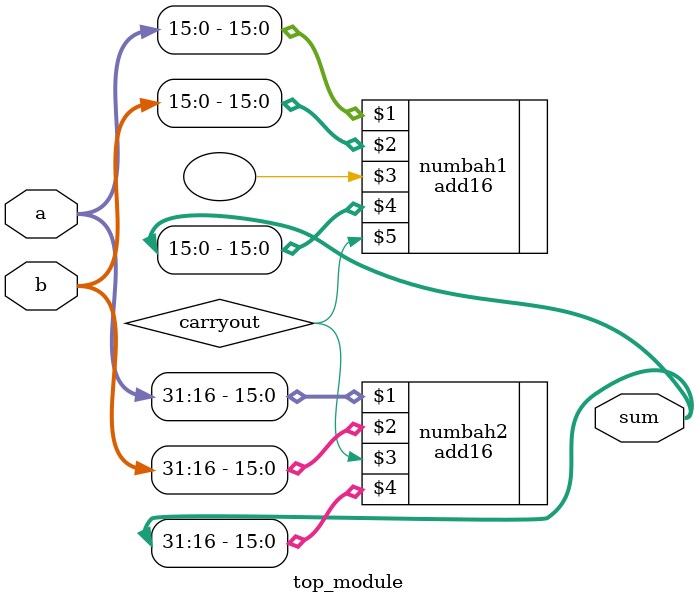
<source format=sv>
module top_module(
    input [31:0] a,
    input [31:0] b,
    output [31:0] sum
);
    wire carryout;
    add16 numbah1(a[15:0],b[15:0],,sum[15:0],carryout);
    add16 numbah2(a[31:16],b[31:16],carryout,sum[31:16]);
endmodule

</source>
